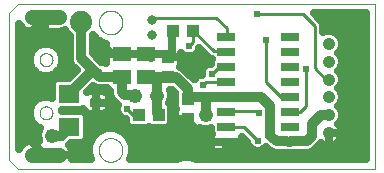
<source format=gbl>
G75*
%MOIN*%
%OFA0B0*%
%FSLAX25Y25*%
%IPPOS*%
%LPD*%
%AMOC8*
5,1,8,0,0,1.08239X$1,22.5*
%
%ADD10C,0.00000*%
%ADD11R,0.04134X0.04252*%
%ADD12R,0.04252X0.04134*%
%ADD13R,0.05906X0.05118*%
%ADD14C,0.00787*%
%ADD15R,0.06000X0.02500*%
%ADD16C,0.03200*%
%ADD17R,0.07087X0.06299*%
%ADD18C,0.05000*%
%ADD19R,0.03937X0.04331*%
%ADD20C,0.07400*%
%ADD21C,0.04134*%
%ADD22C,0.04800*%
%ADD23C,0.03200*%
%ADD24C,0.02500*%
%ADD25C,0.03750*%
%ADD26C,0.01000*%
%ADD27C,0.02400*%
D10*
X0058802Y0014831D02*
X0061802Y0011831D01*
X0180849Y0011831D01*
X0180849Y0066949D01*
X0061802Y0066949D01*
X0058802Y0063949D01*
X0058802Y0014831D01*
X0088691Y0018130D02*
X0088693Y0018255D01*
X0088699Y0018380D01*
X0088709Y0018504D01*
X0088723Y0018628D01*
X0088740Y0018752D01*
X0088762Y0018875D01*
X0088788Y0018997D01*
X0088817Y0019119D01*
X0088850Y0019239D01*
X0088888Y0019358D01*
X0088928Y0019477D01*
X0088973Y0019593D01*
X0089021Y0019708D01*
X0089073Y0019822D01*
X0089129Y0019934D01*
X0089188Y0020044D01*
X0089250Y0020152D01*
X0089316Y0020259D01*
X0089385Y0020363D01*
X0089458Y0020464D01*
X0089533Y0020564D01*
X0089612Y0020661D01*
X0089694Y0020755D01*
X0089779Y0020847D01*
X0089866Y0020936D01*
X0089957Y0021022D01*
X0090050Y0021105D01*
X0090146Y0021186D01*
X0090244Y0021263D01*
X0090344Y0021337D01*
X0090447Y0021408D01*
X0090552Y0021475D01*
X0090660Y0021540D01*
X0090769Y0021600D01*
X0090880Y0021658D01*
X0090993Y0021711D01*
X0091107Y0021761D01*
X0091223Y0021808D01*
X0091340Y0021850D01*
X0091459Y0021889D01*
X0091579Y0021925D01*
X0091700Y0021956D01*
X0091822Y0021984D01*
X0091944Y0022007D01*
X0092068Y0022027D01*
X0092192Y0022043D01*
X0092316Y0022055D01*
X0092441Y0022063D01*
X0092566Y0022067D01*
X0092690Y0022067D01*
X0092815Y0022063D01*
X0092940Y0022055D01*
X0093064Y0022043D01*
X0093188Y0022027D01*
X0093312Y0022007D01*
X0093434Y0021984D01*
X0093556Y0021956D01*
X0093677Y0021925D01*
X0093797Y0021889D01*
X0093916Y0021850D01*
X0094033Y0021808D01*
X0094149Y0021761D01*
X0094263Y0021711D01*
X0094376Y0021658D01*
X0094487Y0021600D01*
X0094597Y0021540D01*
X0094704Y0021475D01*
X0094809Y0021408D01*
X0094912Y0021337D01*
X0095012Y0021263D01*
X0095110Y0021186D01*
X0095206Y0021105D01*
X0095299Y0021022D01*
X0095390Y0020936D01*
X0095477Y0020847D01*
X0095562Y0020755D01*
X0095644Y0020661D01*
X0095723Y0020564D01*
X0095798Y0020464D01*
X0095871Y0020363D01*
X0095940Y0020259D01*
X0096006Y0020152D01*
X0096068Y0020044D01*
X0096127Y0019934D01*
X0096183Y0019822D01*
X0096235Y0019708D01*
X0096283Y0019593D01*
X0096328Y0019477D01*
X0096368Y0019358D01*
X0096406Y0019239D01*
X0096439Y0019119D01*
X0096468Y0018997D01*
X0096494Y0018875D01*
X0096516Y0018752D01*
X0096533Y0018628D01*
X0096547Y0018504D01*
X0096557Y0018380D01*
X0096563Y0018255D01*
X0096565Y0018130D01*
X0096563Y0018005D01*
X0096557Y0017880D01*
X0096547Y0017756D01*
X0096533Y0017632D01*
X0096516Y0017508D01*
X0096494Y0017385D01*
X0096468Y0017263D01*
X0096439Y0017141D01*
X0096406Y0017021D01*
X0096368Y0016902D01*
X0096328Y0016783D01*
X0096283Y0016667D01*
X0096235Y0016552D01*
X0096183Y0016438D01*
X0096127Y0016326D01*
X0096068Y0016216D01*
X0096006Y0016108D01*
X0095940Y0016001D01*
X0095871Y0015897D01*
X0095798Y0015796D01*
X0095723Y0015696D01*
X0095644Y0015599D01*
X0095562Y0015505D01*
X0095477Y0015413D01*
X0095390Y0015324D01*
X0095299Y0015238D01*
X0095206Y0015155D01*
X0095110Y0015074D01*
X0095012Y0014997D01*
X0094912Y0014923D01*
X0094809Y0014852D01*
X0094704Y0014785D01*
X0094596Y0014720D01*
X0094487Y0014660D01*
X0094376Y0014602D01*
X0094263Y0014549D01*
X0094149Y0014499D01*
X0094033Y0014452D01*
X0093916Y0014410D01*
X0093797Y0014371D01*
X0093677Y0014335D01*
X0093556Y0014304D01*
X0093434Y0014276D01*
X0093312Y0014253D01*
X0093188Y0014233D01*
X0093064Y0014217D01*
X0092940Y0014205D01*
X0092815Y0014197D01*
X0092690Y0014193D01*
X0092566Y0014193D01*
X0092441Y0014197D01*
X0092316Y0014205D01*
X0092192Y0014217D01*
X0092068Y0014233D01*
X0091944Y0014253D01*
X0091822Y0014276D01*
X0091700Y0014304D01*
X0091579Y0014335D01*
X0091459Y0014371D01*
X0091340Y0014410D01*
X0091223Y0014452D01*
X0091107Y0014499D01*
X0090993Y0014549D01*
X0090880Y0014602D01*
X0090769Y0014660D01*
X0090659Y0014720D01*
X0090552Y0014785D01*
X0090447Y0014852D01*
X0090344Y0014923D01*
X0090244Y0014997D01*
X0090146Y0015074D01*
X0090050Y0015155D01*
X0089957Y0015238D01*
X0089866Y0015324D01*
X0089779Y0015413D01*
X0089694Y0015505D01*
X0089612Y0015599D01*
X0089533Y0015696D01*
X0089458Y0015796D01*
X0089385Y0015897D01*
X0089316Y0016001D01*
X0089250Y0016108D01*
X0089188Y0016216D01*
X0089129Y0016326D01*
X0089073Y0016438D01*
X0089021Y0016552D01*
X0088973Y0016667D01*
X0088928Y0016783D01*
X0088888Y0016902D01*
X0088850Y0017021D01*
X0088817Y0017141D01*
X0088788Y0017263D01*
X0088762Y0017385D01*
X0088740Y0017508D01*
X0088723Y0017632D01*
X0088709Y0017756D01*
X0088699Y0017880D01*
X0088693Y0018005D01*
X0088691Y0018130D01*
X0068920Y0030472D02*
X0068922Y0030565D01*
X0068928Y0030657D01*
X0068938Y0030749D01*
X0068952Y0030840D01*
X0068969Y0030931D01*
X0068991Y0031021D01*
X0069016Y0031110D01*
X0069045Y0031198D01*
X0069078Y0031284D01*
X0069115Y0031369D01*
X0069155Y0031453D01*
X0069199Y0031534D01*
X0069246Y0031614D01*
X0069296Y0031692D01*
X0069350Y0031767D01*
X0069407Y0031840D01*
X0069467Y0031910D01*
X0069530Y0031978D01*
X0069596Y0032043D01*
X0069664Y0032105D01*
X0069735Y0032165D01*
X0069809Y0032221D01*
X0069885Y0032274D01*
X0069963Y0032323D01*
X0070043Y0032370D01*
X0070125Y0032412D01*
X0070209Y0032452D01*
X0070294Y0032487D01*
X0070381Y0032519D01*
X0070469Y0032548D01*
X0070558Y0032572D01*
X0070648Y0032593D01*
X0070739Y0032609D01*
X0070831Y0032622D01*
X0070923Y0032631D01*
X0071016Y0032636D01*
X0071108Y0032637D01*
X0071201Y0032634D01*
X0071293Y0032627D01*
X0071385Y0032616D01*
X0071476Y0032601D01*
X0071567Y0032583D01*
X0071657Y0032560D01*
X0071745Y0032534D01*
X0071833Y0032504D01*
X0071919Y0032470D01*
X0072003Y0032433D01*
X0072086Y0032391D01*
X0072167Y0032347D01*
X0072247Y0032299D01*
X0072324Y0032248D01*
X0072398Y0032193D01*
X0072471Y0032135D01*
X0072541Y0032075D01*
X0072608Y0032011D01*
X0072672Y0031945D01*
X0072734Y0031875D01*
X0072792Y0031804D01*
X0072847Y0031730D01*
X0072899Y0031653D01*
X0072948Y0031574D01*
X0072994Y0031494D01*
X0073036Y0031411D01*
X0073074Y0031327D01*
X0073109Y0031241D01*
X0073140Y0031154D01*
X0073167Y0031066D01*
X0073190Y0030976D01*
X0073210Y0030886D01*
X0073226Y0030795D01*
X0073238Y0030703D01*
X0073246Y0030611D01*
X0073250Y0030518D01*
X0073250Y0030426D01*
X0073246Y0030333D01*
X0073238Y0030241D01*
X0073226Y0030149D01*
X0073210Y0030058D01*
X0073190Y0029968D01*
X0073167Y0029878D01*
X0073140Y0029790D01*
X0073109Y0029703D01*
X0073074Y0029617D01*
X0073036Y0029533D01*
X0072994Y0029450D01*
X0072948Y0029370D01*
X0072899Y0029291D01*
X0072847Y0029214D01*
X0072792Y0029140D01*
X0072734Y0029069D01*
X0072672Y0028999D01*
X0072608Y0028933D01*
X0072541Y0028869D01*
X0072471Y0028809D01*
X0072398Y0028751D01*
X0072324Y0028696D01*
X0072247Y0028645D01*
X0072168Y0028597D01*
X0072086Y0028553D01*
X0072003Y0028511D01*
X0071919Y0028474D01*
X0071833Y0028440D01*
X0071745Y0028410D01*
X0071657Y0028384D01*
X0071567Y0028361D01*
X0071476Y0028343D01*
X0071385Y0028328D01*
X0071293Y0028317D01*
X0071201Y0028310D01*
X0071108Y0028307D01*
X0071016Y0028308D01*
X0070923Y0028313D01*
X0070831Y0028322D01*
X0070739Y0028335D01*
X0070648Y0028351D01*
X0070558Y0028372D01*
X0070469Y0028396D01*
X0070381Y0028425D01*
X0070294Y0028457D01*
X0070209Y0028492D01*
X0070125Y0028532D01*
X0070043Y0028574D01*
X0069963Y0028621D01*
X0069885Y0028670D01*
X0069809Y0028723D01*
X0069735Y0028779D01*
X0069664Y0028839D01*
X0069596Y0028901D01*
X0069530Y0028966D01*
X0069467Y0029034D01*
X0069407Y0029104D01*
X0069350Y0029177D01*
X0069296Y0029252D01*
X0069246Y0029330D01*
X0069199Y0029410D01*
X0069155Y0029491D01*
X0069115Y0029575D01*
X0069078Y0029660D01*
X0069045Y0029746D01*
X0069016Y0029834D01*
X0068991Y0029923D01*
X0068969Y0030013D01*
X0068952Y0030104D01*
X0068938Y0030195D01*
X0068928Y0030287D01*
X0068922Y0030379D01*
X0068920Y0030472D01*
X0068920Y0048189D02*
X0068922Y0048282D01*
X0068928Y0048374D01*
X0068938Y0048466D01*
X0068952Y0048557D01*
X0068969Y0048648D01*
X0068991Y0048738D01*
X0069016Y0048827D01*
X0069045Y0048915D01*
X0069078Y0049001D01*
X0069115Y0049086D01*
X0069155Y0049170D01*
X0069199Y0049251D01*
X0069246Y0049331D01*
X0069296Y0049409D01*
X0069350Y0049484D01*
X0069407Y0049557D01*
X0069467Y0049627D01*
X0069530Y0049695D01*
X0069596Y0049760D01*
X0069664Y0049822D01*
X0069735Y0049882D01*
X0069809Y0049938D01*
X0069885Y0049991D01*
X0069963Y0050040D01*
X0070043Y0050087D01*
X0070125Y0050129D01*
X0070209Y0050169D01*
X0070294Y0050204D01*
X0070381Y0050236D01*
X0070469Y0050265D01*
X0070558Y0050289D01*
X0070648Y0050310D01*
X0070739Y0050326D01*
X0070831Y0050339D01*
X0070923Y0050348D01*
X0071016Y0050353D01*
X0071108Y0050354D01*
X0071201Y0050351D01*
X0071293Y0050344D01*
X0071385Y0050333D01*
X0071476Y0050318D01*
X0071567Y0050300D01*
X0071657Y0050277D01*
X0071745Y0050251D01*
X0071833Y0050221D01*
X0071919Y0050187D01*
X0072003Y0050150D01*
X0072086Y0050108D01*
X0072167Y0050064D01*
X0072247Y0050016D01*
X0072324Y0049965D01*
X0072398Y0049910D01*
X0072471Y0049852D01*
X0072541Y0049792D01*
X0072608Y0049728D01*
X0072672Y0049662D01*
X0072734Y0049592D01*
X0072792Y0049521D01*
X0072847Y0049447D01*
X0072899Y0049370D01*
X0072948Y0049291D01*
X0072994Y0049211D01*
X0073036Y0049128D01*
X0073074Y0049044D01*
X0073109Y0048958D01*
X0073140Y0048871D01*
X0073167Y0048783D01*
X0073190Y0048693D01*
X0073210Y0048603D01*
X0073226Y0048512D01*
X0073238Y0048420D01*
X0073246Y0048328D01*
X0073250Y0048235D01*
X0073250Y0048143D01*
X0073246Y0048050D01*
X0073238Y0047958D01*
X0073226Y0047866D01*
X0073210Y0047775D01*
X0073190Y0047685D01*
X0073167Y0047595D01*
X0073140Y0047507D01*
X0073109Y0047420D01*
X0073074Y0047334D01*
X0073036Y0047250D01*
X0072994Y0047167D01*
X0072948Y0047087D01*
X0072899Y0047008D01*
X0072847Y0046931D01*
X0072792Y0046857D01*
X0072734Y0046786D01*
X0072672Y0046716D01*
X0072608Y0046650D01*
X0072541Y0046586D01*
X0072471Y0046526D01*
X0072398Y0046468D01*
X0072324Y0046413D01*
X0072247Y0046362D01*
X0072168Y0046314D01*
X0072086Y0046270D01*
X0072003Y0046228D01*
X0071919Y0046191D01*
X0071833Y0046157D01*
X0071745Y0046127D01*
X0071657Y0046101D01*
X0071567Y0046078D01*
X0071476Y0046060D01*
X0071385Y0046045D01*
X0071293Y0046034D01*
X0071201Y0046027D01*
X0071108Y0046024D01*
X0071016Y0046025D01*
X0070923Y0046030D01*
X0070831Y0046039D01*
X0070739Y0046052D01*
X0070648Y0046068D01*
X0070558Y0046089D01*
X0070469Y0046113D01*
X0070381Y0046142D01*
X0070294Y0046174D01*
X0070209Y0046209D01*
X0070125Y0046249D01*
X0070043Y0046291D01*
X0069963Y0046338D01*
X0069885Y0046387D01*
X0069809Y0046440D01*
X0069735Y0046496D01*
X0069664Y0046556D01*
X0069596Y0046618D01*
X0069530Y0046683D01*
X0069467Y0046751D01*
X0069407Y0046821D01*
X0069350Y0046894D01*
X0069296Y0046969D01*
X0069246Y0047047D01*
X0069199Y0047127D01*
X0069155Y0047208D01*
X0069115Y0047292D01*
X0069078Y0047377D01*
X0069045Y0047463D01*
X0069016Y0047551D01*
X0068991Y0047640D01*
X0068969Y0047730D01*
X0068952Y0047821D01*
X0068938Y0047912D01*
X0068928Y0048004D01*
X0068922Y0048096D01*
X0068920Y0048189D01*
X0088691Y0060650D02*
X0088693Y0060775D01*
X0088699Y0060900D01*
X0088709Y0061024D01*
X0088723Y0061148D01*
X0088740Y0061272D01*
X0088762Y0061395D01*
X0088788Y0061517D01*
X0088817Y0061639D01*
X0088850Y0061759D01*
X0088888Y0061878D01*
X0088928Y0061997D01*
X0088973Y0062113D01*
X0089021Y0062228D01*
X0089073Y0062342D01*
X0089129Y0062454D01*
X0089188Y0062564D01*
X0089250Y0062672D01*
X0089316Y0062779D01*
X0089385Y0062883D01*
X0089458Y0062984D01*
X0089533Y0063084D01*
X0089612Y0063181D01*
X0089694Y0063275D01*
X0089779Y0063367D01*
X0089866Y0063456D01*
X0089957Y0063542D01*
X0090050Y0063625D01*
X0090146Y0063706D01*
X0090244Y0063783D01*
X0090344Y0063857D01*
X0090447Y0063928D01*
X0090552Y0063995D01*
X0090660Y0064060D01*
X0090769Y0064120D01*
X0090880Y0064178D01*
X0090993Y0064231D01*
X0091107Y0064281D01*
X0091223Y0064328D01*
X0091340Y0064370D01*
X0091459Y0064409D01*
X0091579Y0064445D01*
X0091700Y0064476D01*
X0091822Y0064504D01*
X0091944Y0064527D01*
X0092068Y0064547D01*
X0092192Y0064563D01*
X0092316Y0064575D01*
X0092441Y0064583D01*
X0092566Y0064587D01*
X0092690Y0064587D01*
X0092815Y0064583D01*
X0092940Y0064575D01*
X0093064Y0064563D01*
X0093188Y0064547D01*
X0093312Y0064527D01*
X0093434Y0064504D01*
X0093556Y0064476D01*
X0093677Y0064445D01*
X0093797Y0064409D01*
X0093916Y0064370D01*
X0094033Y0064328D01*
X0094149Y0064281D01*
X0094263Y0064231D01*
X0094376Y0064178D01*
X0094487Y0064120D01*
X0094597Y0064060D01*
X0094704Y0063995D01*
X0094809Y0063928D01*
X0094912Y0063857D01*
X0095012Y0063783D01*
X0095110Y0063706D01*
X0095206Y0063625D01*
X0095299Y0063542D01*
X0095390Y0063456D01*
X0095477Y0063367D01*
X0095562Y0063275D01*
X0095644Y0063181D01*
X0095723Y0063084D01*
X0095798Y0062984D01*
X0095871Y0062883D01*
X0095940Y0062779D01*
X0096006Y0062672D01*
X0096068Y0062564D01*
X0096127Y0062454D01*
X0096183Y0062342D01*
X0096235Y0062228D01*
X0096283Y0062113D01*
X0096328Y0061997D01*
X0096368Y0061878D01*
X0096406Y0061759D01*
X0096439Y0061639D01*
X0096468Y0061517D01*
X0096494Y0061395D01*
X0096516Y0061272D01*
X0096533Y0061148D01*
X0096547Y0061024D01*
X0096557Y0060900D01*
X0096563Y0060775D01*
X0096565Y0060650D01*
X0096563Y0060525D01*
X0096557Y0060400D01*
X0096547Y0060276D01*
X0096533Y0060152D01*
X0096516Y0060028D01*
X0096494Y0059905D01*
X0096468Y0059783D01*
X0096439Y0059661D01*
X0096406Y0059541D01*
X0096368Y0059422D01*
X0096328Y0059303D01*
X0096283Y0059187D01*
X0096235Y0059072D01*
X0096183Y0058958D01*
X0096127Y0058846D01*
X0096068Y0058736D01*
X0096006Y0058628D01*
X0095940Y0058521D01*
X0095871Y0058417D01*
X0095798Y0058316D01*
X0095723Y0058216D01*
X0095644Y0058119D01*
X0095562Y0058025D01*
X0095477Y0057933D01*
X0095390Y0057844D01*
X0095299Y0057758D01*
X0095206Y0057675D01*
X0095110Y0057594D01*
X0095012Y0057517D01*
X0094912Y0057443D01*
X0094809Y0057372D01*
X0094704Y0057305D01*
X0094596Y0057240D01*
X0094487Y0057180D01*
X0094376Y0057122D01*
X0094263Y0057069D01*
X0094149Y0057019D01*
X0094033Y0056972D01*
X0093916Y0056930D01*
X0093797Y0056891D01*
X0093677Y0056855D01*
X0093556Y0056824D01*
X0093434Y0056796D01*
X0093312Y0056773D01*
X0093188Y0056753D01*
X0093064Y0056737D01*
X0092940Y0056725D01*
X0092815Y0056717D01*
X0092690Y0056713D01*
X0092566Y0056713D01*
X0092441Y0056717D01*
X0092316Y0056725D01*
X0092192Y0056737D01*
X0092068Y0056753D01*
X0091944Y0056773D01*
X0091822Y0056796D01*
X0091700Y0056824D01*
X0091579Y0056855D01*
X0091459Y0056891D01*
X0091340Y0056930D01*
X0091223Y0056972D01*
X0091107Y0057019D01*
X0090993Y0057069D01*
X0090880Y0057122D01*
X0090769Y0057180D01*
X0090659Y0057240D01*
X0090552Y0057305D01*
X0090447Y0057372D01*
X0090344Y0057443D01*
X0090244Y0057517D01*
X0090146Y0057594D01*
X0090050Y0057675D01*
X0089957Y0057758D01*
X0089866Y0057844D01*
X0089779Y0057933D01*
X0089694Y0058025D01*
X0089612Y0058119D01*
X0089533Y0058216D01*
X0089458Y0058316D01*
X0089385Y0058417D01*
X0089316Y0058521D01*
X0089250Y0058628D01*
X0089188Y0058736D01*
X0089129Y0058846D01*
X0089073Y0058958D01*
X0089021Y0059072D01*
X0088973Y0059187D01*
X0088928Y0059303D01*
X0088888Y0059422D01*
X0088850Y0059541D01*
X0088817Y0059661D01*
X0088788Y0059783D01*
X0088762Y0059905D01*
X0088740Y0060028D01*
X0088723Y0060152D01*
X0088709Y0060276D01*
X0088699Y0060400D01*
X0088693Y0060525D01*
X0088691Y0060650D01*
D11*
X0113357Y0057831D03*
X0120246Y0057831D03*
D12*
X0111802Y0049276D03*
X0111802Y0042386D03*
X0118302Y0035276D03*
X0118302Y0028386D03*
D13*
X0104302Y0042591D03*
X0096302Y0042591D03*
X0096302Y0050071D03*
X0104302Y0050071D03*
D14*
X0086030Y0044934D02*
X0086030Y0042570D01*
X0086030Y0044934D02*
X0089574Y0044934D01*
X0089574Y0042570D01*
X0086030Y0042570D01*
X0086030Y0043356D02*
X0089574Y0043356D01*
X0089574Y0044142D02*
X0086030Y0044142D01*
X0086030Y0044928D02*
X0089574Y0044928D01*
X0086030Y0035091D02*
X0086030Y0032727D01*
X0086030Y0035091D02*
X0089574Y0035091D01*
X0089574Y0032727D01*
X0086030Y0032727D01*
X0086030Y0033513D02*
X0089574Y0033513D01*
X0089574Y0034299D02*
X0086030Y0034299D01*
X0086030Y0035085D02*
X0089574Y0035085D01*
D15*
X0131191Y0035831D03*
X0131191Y0040831D03*
X0131191Y0045831D03*
X0131191Y0050831D03*
X0131191Y0055831D03*
X0152412Y0055831D03*
X0152412Y0050831D03*
X0152412Y0045831D03*
X0152412Y0040831D03*
X0152412Y0035831D03*
X0152412Y0030831D03*
X0152412Y0025831D03*
X0152412Y0020831D03*
X0131191Y0020831D03*
X0131191Y0025831D03*
X0131191Y0030831D03*
D16*
X0106302Y0056331D03*
X0106302Y0061331D03*
D17*
X0078802Y0036843D03*
X0078802Y0025819D03*
D18*
X0075302Y0016331D02*
X0066302Y0016331D01*
X0066302Y0062331D02*
X0075302Y0062331D01*
D19*
X0101955Y0029831D03*
X0108648Y0029831D03*
D20*
X0082802Y0060831D03*
D21*
X0165420Y0053425D03*
X0165420Y0047520D03*
X0165420Y0041614D03*
X0165420Y0035709D03*
X0165420Y0029803D03*
X0165420Y0023898D03*
D22*
X0124302Y0029831D03*
X0108102Y0036231D03*
X0100802Y0036231D03*
X0073202Y0022831D03*
D23*
X0076302Y0022831D01*
X0078802Y0025331D01*
X0078802Y0025819D01*
X0096302Y0037331D02*
X0097302Y0036331D01*
X0100702Y0036331D01*
X0100802Y0036231D01*
X0096302Y0037331D02*
X0096302Y0042591D01*
X0088963Y0042591D01*
X0087802Y0043752D01*
X0085711Y0043752D01*
X0078802Y0036843D01*
X0087802Y0043752D02*
X0082802Y0048752D01*
X0082802Y0060831D01*
X0104302Y0042591D02*
X0107802Y0042591D01*
X0108102Y0042291D01*
X0108102Y0036231D01*
X0108102Y0030377D01*
X0108648Y0029831D01*
X0118302Y0035276D02*
X0118302Y0038331D01*
X0114302Y0042331D01*
X0111857Y0042331D01*
X0111802Y0042386D01*
X0111097Y0042591D01*
X0107802Y0042591D01*
X0118302Y0035276D02*
X0118857Y0035831D01*
X0123802Y0035831D01*
X0124302Y0035331D01*
X0124302Y0029831D01*
X0123802Y0035831D02*
X0131191Y0035831D01*
X0126302Y0035831D01*
X0131191Y0035831D02*
X0142802Y0035831D01*
X0145802Y0032831D01*
X0145802Y0022831D01*
X0148102Y0021031D01*
X0150802Y0021031D01*
X0152412Y0020831D01*
X0152802Y0021031D01*
X0158002Y0021031D01*
X0159802Y0022831D01*
X0159802Y0026831D01*
X0162774Y0029803D01*
X0165420Y0029803D01*
D24*
X0169257Y0031819D02*
X0177599Y0031819D01*
X0177599Y0029320D02*
X0169737Y0029320D01*
X0169737Y0028944D02*
X0169737Y0030662D01*
X0169079Y0032248D01*
X0168572Y0032756D01*
X0169079Y0033263D01*
X0169737Y0034850D01*
X0169737Y0036567D01*
X0169079Y0038154D01*
X0168572Y0038661D01*
X0169079Y0039169D01*
X0169737Y0040755D01*
X0169737Y0042473D01*
X0169079Y0044060D01*
X0168572Y0044567D01*
X0169079Y0045074D01*
X0169737Y0046661D01*
X0169737Y0048378D01*
X0169079Y0049965D01*
X0168572Y0050472D01*
X0169079Y0050980D01*
X0169737Y0052566D01*
X0169737Y0054284D01*
X0169079Y0055871D01*
X0167865Y0057085D01*
X0166278Y0057742D01*
X0164561Y0057742D01*
X0163552Y0057324D01*
X0163552Y0059878D01*
X0163133Y0060888D01*
X0160323Y0063699D01*
X0177599Y0063699D01*
X0177599Y0015081D01*
X0120941Y0015081D01*
X0118935Y0015911D01*
X0116715Y0015911D01*
X0114710Y0015081D01*
X0099144Y0015081D01*
X0099815Y0016700D01*
X0099815Y0019559D01*
X0098721Y0022201D01*
X0096699Y0024223D01*
X0094058Y0025317D01*
X0091199Y0025317D01*
X0088557Y0024223D01*
X0086535Y0022201D01*
X0085441Y0019559D01*
X0085441Y0016700D01*
X0086112Y0015081D01*
X0079890Y0015081D01*
X0079935Y0015218D01*
X0080052Y0015957D01*
X0080052Y0016331D01*
X0080052Y0016705D01*
X0079935Y0017443D01*
X0079704Y0018154D01*
X0079364Y0018820D01*
X0078925Y0019425D01*
X0078633Y0019717D01*
X0079335Y0020419D01*
X0083277Y0020419D01*
X0084595Y0021737D01*
X0084595Y0029900D01*
X0083277Y0031218D01*
X0076500Y0031218D01*
X0076500Y0031443D01*
X0083277Y0031443D01*
X0083577Y0031743D01*
X0083687Y0031476D01*
X0083976Y0031043D01*
X0084345Y0030675D01*
X0084778Y0030386D01*
X0085259Y0030186D01*
X0085770Y0030085D01*
X0087802Y0030085D01*
X0089834Y0030085D01*
X0090344Y0030186D01*
X0090825Y0030386D01*
X0091258Y0030675D01*
X0091627Y0031043D01*
X0091916Y0031476D01*
X0092115Y0031957D01*
X0092217Y0032468D01*
X0092217Y0033909D01*
X0087802Y0033909D01*
X0087802Y0033909D01*
X0087802Y0030085D01*
X0087802Y0033909D01*
X0087802Y0033909D01*
X0092217Y0033909D01*
X0092217Y0035351D01*
X0092115Y0035862D01*
X0091916Y0036343D01*
X0091627Y0036776D01*
X0091258Y0037144D01*
X0090825Y0037433D01*
X0090344Y0037633D01*
X0089834Y0037734D01*
X0087802Y0037734D01*
X0087802Y0033910D01*
X0087802Y0033910D01*
X0087802Y0037734D01*
X0085770Y0037734D01*
X0085259Y0037633D01*
X0084879Y0037475D01*
X0086756Y0039353D01*
X0086782Y0039327D01*
X0088197Y0038741D01*
X0091458Y0038741D01*
X0092417Y0037781D01*
X0092452Y0037781D01*
X0092452Y0036565D01*
X0093038Y0035150D01*
X0094038Y0034150D01*
X0095021Y0033167D01*
X0094752Y0032517D01*
X0094752Y0031144D01*
X0095277Y0029876D01*
X0096247Y0028906D01*
X0097515Y0028381D01*
X0097737Y0028381D01*
X0097737Y0026733D01*
X0099055Y0025415D01*
X0104856Y0025415D01*
X0105302Y0025861D01*
X0105748Y0025415D01*
X0111549Y0025415D01*
X0112867Y0026733D01*
X0112867Y0032928D01*
X0112089Y0033706D01*
X0112752Y0035306D01*
X0112752Y0037156D01*
X0112373Y0038069D01*
X0113119Y0038069D01*
X0113926Y0037262D01*
X0113926Y0032277D01*
X0114373Y0031830D01*
X0114079Y0031321D01*
X0113926Y0030749D01*
X0113926Y0028386D01*
X0118301Y0028386D01*
X0118301Y0028386D01*
X0113926Y0028386D01*
X0113926Y0026023D01*
X0114079Y0025450D01*
X0114375Y0024937D01*
X0114794Y0024518D01*
X0115307Y0024222D01*
X0115879Y0024069D01*
X0118302Y0024069D01*
X0120724Y0024069D01*
X0121296Y0024222D01*
X0121809Y0024518D01*
X0122228Y0024937D01*
X0122524Y0025450D01*
X0122544Y0025525D01*
X0123377Y0025181D01*
X0125227Y0025181D01*
X0125941Y0025477D01*
X0125941Y0023649D01*
X0126295Y0023295D01*
X0126095Y0022949D01*
X0125941Y0022377D01*
X0125941Y0020831D01*
X0131191Y0020831D01*
X0131191Y0020831D01*
X0125941Y0020831D01*
X0125941Y0019284D01*
X0126095Y0018712D01*
X0126391Y0018199D01*
X0126810Y0017780D01*
X0127323Y0017484D01*
X0127895Y0017331D01*
X0131191Y0017331D01*
X0131191Y0020831D01*
X0125302Y0020831D01*
X0118302Y0027831D01*
X0118302Y0028386D01*
X0110246Y0020331D01*
X0101302Y0020331D01*
X0095802Y0025831D01*
X0088302Y0025831D01*
X0087802Y0025331D01*
X0087802Y0033909D01*
X0087802Y0034317D02*
X0087802Y0034317D01*
X0092217Y0034317D02*
X0093870Y0034317D01*
X0092452Y0036816D02*
X0091587Y0036816D01*
X0087802Y0036816D02*
X0087802Y0036816D01*
X0086812Y0039314D02*
X0086718Y0039314D01*
X0081312Y0044797D02*
X0078756Y0042242D01*
X0074326Y0042242D01*
X0073008Y0040924D01*
X0073008Y0035537D01*
X0072162Y0035888D01*
X0070008Y0035888D01*
X0068017Y0035063D01*
X0066494Y0033540D01*
X0065670Y0031550D01*
X0065670Y0029395D01*
X0066494Y0027405D01*
X0068017Y0025882D01*
X0069225Y0025381D01*
X0068552Y0023756D01*
X0068552Y0021906D01*
X0068893Y0021081D01*
X0065928Y0021081D01*
X0065189Y0020964D01*
X0064478Y0020733D01*
X0063812Y0020393D01*
X0063207Y0019954D01*
X0062678Y0019425D01*
X0062239Y0018820D01*
X0062052Y0018452D01*
X0062052Y0060209D01*
X0062239Y0059841D01*
X0062678Y0059236D01*
X0063207Y0058708D01*
X0063812Y0058268D01*
X0064478Y0057929D01*
X0065189Y0057698D01*
X0065928Y0057581D01*
X0070802Y0057581D01*
X0075675Y0057581D01*
X0076414Y0057698D01*
X0077125Y0057929D01*
X0077487Y0058113D01*
X0077757Y0057460D01*
X0078952Y0056266D01*
X0078952Y0047986D01*
X0079538Y0046571D01*
X0081312Y0044797D01*
X0080826Y0044311D02*
X0074866Y0044311D01*
X0074153Y0043598D02*
X0075676Y0045121D01*
X0076500Y0047112D01*
X0076500Y0049266D01*
X0075676Y0051257D01*
X0074153Y0052780D01*
X0072162Y0053604D01*
X0070008Y0053604D01*
X0068017Y0052780D01*
X0066494Y0051257D01*
X0065670Y0049266D01*
X0065670Y0047112D01*
X0066494Y0045121D01*
X0068017Y0043598D01*
X0070008Y0042774D01*
X0072162Y0042774D01*
X0074153Y0043598D01*
X0073897Y0041813D02*
X0062052Y0041813D01*
X0062052Y0039314D02*
X0073008Y0039314D01*
X0073008Y0036816D02*
X0062052Y0036816D01*
X0062052Y0034317D02*
X0067271Y0034317D01*
X0065781Y0031819D02*
X0062052Y0031819D01*
X0062052Y0029320D02*
X0065701Y0029320D01*
X0067077Y0026822D02*
X0062052Y0026822D01*
X0062052Y0024323D02*
X0068787Y0024323D01*
X0068585Y0021825D02*
X0062052Y0021825D01*
X0065302Y0021831D02*
X0065302Y0039031D01*
X0065302Y0056831D01*
X0070802Y0062331D01*
X0070802Y0057581D01*
X0070802Y0062331D01*
X0070802Y0062331D01*
X0070802Y0061801D02*
X0070802Y0061801D01*
X0070802Y0059302D02*
X0070802Y0059302D01*
X0078414Y0056804D02*
X0062052Y0056804D01*
X0062052Y0059302D02*
X0062630Y0059302D01*
X0062052Y0054305D02*
X0078952Y0054305D01*
X0078952Y0051807D02*
X0075126Y0051807D01*
X0076483Y0049308D02*
X0078952Y0049308D01*
X0079439Y0046810D02*
X0076375Y0046810D01*
X0067304Y0044311D02*
X0062052Y0044311D01*
X0062052Y0046810D02*
X0065795Y0046810D01*
X0065687Y0049308D02*
X0062052Y0049308D01*
X0062052Y0051807D02*
X0067044Y0051807D01*
X0086652Y0051807D02*
X0091099Y0051807D01*
X0091099Y0052926D02*
X0091099Y0050100D01*
X0096272Y0050100D01*
X0096272Y0050041D01*
X0091099Y0050041D01*
X0091099Y0047216D01*
X0091124Y0047121D01*
X0091071Y0047174D01*
X0090099Y0047577D01*
X0089421Y0047577D01*
X0086652Y0050347D01*
X0086652Y0056266D01*
X0086750Y0056364D01*
X0088557Y0054557D01*
X0091199Y0053463D01*
X0091243Y0053463D01*
X0091099Y0052926D01*
X0089802Y0053331D02*
X0093061Y0050071D01*
X0096302Y0050071D01*
X0104302Y0050071D01*
X0111006Y0050071D01*
X0111802Y0049276D01*
X0116178Y0049276D01*
X0116178Y0050576D01*
X0116847Y0049906D01*
X0118115Y0049381D01*
X0119488Y0049381D01*
X0120756Y0049906D01*
X0121726Y0050876D01*
X0122191Y0051997D01*
X0125489Y0048699D01*
X0126175Y0048415D01*
X0126259Y0048331D01*
X0125941Y0048013D01*
X0125941Y0046881D01*
X0125715Y0046881D01*
X0124447Y0046355D01*
X0123477Y0045385D01*
X0122952Y0044117D01*
X0122952Y0043181D01*
X0122715Y0043181D01*
X0121447Y0042655D01*
X0120477Y0041685D01*
X0120452Y0041625D01*
X0117565Y0044512D01*
X0116482Y0045595D01*
X0115765Y0045892D01*
X0116024Y0046340D01*
X0116178Y0046912D01*
X0116178Y0049276D01*
X0111802Y0049276D01*
X0111802Y0049276D01*
X0113202Y0050176D01*
X0113202Y0057676D01*
X0113357Y0057831D01*
X0122112Y0051807D02*
X0122381Y0051807D01*
X0124880Y0049308D02*
X0116178Y0049308D01*
X0116150Y0046810D02*
X0125544Y0046810D01*
X0123032Y0044311D02*
X0117766Y0044311D01*
X0117565Y0044512D02*
X0117565Y0044512D01*
X0120264Y0041813D02*
X0120605Y0041813D01*
X0113926Y0036816D02*
X0112752Y0036816D01*
X0112342Y0034317D02*
X0113926Y0034317D01*
X0113102Y0033631D02*
X0113102Y0028831D01*
X0113546Y0028386D01*
X0118302Y0028386D01*
X0118302Y0024069D01*
X0118302Y0028386D01*
X0118302Y0028386D01*
X0118302Y0026822D02*
X0118302Y0026822D01*
X0113926Y0026822D02*
X0112867Y0026822D01*
X0112867Y0029320D02*
X0113926Y0029320D01*
X0114366Y0031819D02*
X0112867Y0031819D01*
X0097737Y0026822D02*
X0084595Y0026822D01*
X0087802Y0025331D02*
X0085302Y0022831D01*
X0085302Y0017331D01*
X0084302Y0016331D01*
X0070802Y0016331D01*
X0080052Y0016331D01*
X0070802Y0016331D01*
X0070802Y0016331D01*
X0065302Y0021831D01*
X0062607Y0019326D02*
X0062052Y0019326D01*
X0078997Y0019326D02*
X0085441Y0019326D01*
X0085441Y0016828D02*
X0080032Y0016828D01*
X0084595Y0021825D02*
X0086380Y0021825D01*
X0084595Y0024323D02*
X0088800Y0024323D01*
X0096457Y0024323D02*
X0115132Y0024323D01*
X0118302Y0024323D02*
X0118302Y0024323D01*
X0121471Y0024323D02*
X0125941Y0024323D01*
X0125941Y0021825D02*
X0098877Y0021825D01*
X0099815Y0019326D02*
X0125941Y0019326D01*
X0130802Y0020631D02*
X0131191Y0020831D01*
X0132402Y0020631D01*
X0136402Y0016631D01*
X0164102Y0016631D01*
X0165420Y0017949D01*
X0165420Y0023898D01*
X0169737Y0023898D01*
X0169737Y0024237D01*
X0169630Y0024909D01*
X0169420Y0025555D01*
X0169112Y0026160D01*
X0168712Y0026710D01*
X0168572Y0026850D01*
X0169079Y0027358D01*
X0169737Y0028944D01*
X0168601Y0026822D02*
X0177599Y0026822D01*
X0177599Y0024323D02*
X0169723Y0024323D01*
X0169737Y0023898D02*
X0165420Y0023898D01*
X0165420Y0023898D01*
X0165420Y0019581D01*
X0165759Y0019581D01*
X0166431Y0019687D01*
X0167077Y0019897D01*
X0167682Y0020205D01*
X0168232Y0020605D01*
X0168712Y0021085D01*
X0169112Y0021635D01*
X0169420Y0022241D01*
X0169630Y0022887D01*
X0169737Y0023558D01*
X0169737Y0023898D01*
X0169208Y0021825D02*
X0177599Y0021825D01*
X0177599Y0019326D02*
X0161742Y0019326D01*
X0163157Y0020205D02*
X0163763Y0019897D01*
X0164409Y0019687D01*
X0165080Y0019581D01*
X0165420Y0019581D01*
X0165420Y0023898D01*
X0165420Y0023898D01*
X0165420Y0021825D02*
X0165420Y0021825D01*
X0163157Y0020205D02*
X0162847Y0020431D01*
X0160182Y0017767D01*
X0158767Y0017181D01*
X0153732Y0017181D01*
X0153488Y0017056D01*
X0153086Y0017023D01*
X0152697Y0016916D01*
X0152330Y0016961D01*
X0151962Y0016931D01*
X0151578Y0017055D01*
X0150563Y0017181D01*
X0148335Y0017181D01*
X0147807Y0017116D01*
X0147576Y0017181D01*
X0147336Y0017181D01*
X0146844Y0017384D01*
X0146332Y0017527D01*
X0146143Y0017675D01*
X0145921Y0017767D01*
X0145545Y0018143D01*
X0144338Y0019088D01*
X0143556Y0018306D01*
X0142288Y0017781D01*
X0140915Y0017781D01*
X0139647Y0018306D01*
X0138677Y0019276D01*
X0138152Y0020544D01*
X0138152Y0020792D01*
X0136396Y0022548D01*
X0136441Y0022377D01*
X0136441Y0020831D01*
X0131191Y0020831D01*
X0131191Y0020831D01*
X0131191Y0020831D01*
X0131191Y0017331D01*
X0134488Y0017331D01*
X0135060Y0017484D01*
X0135573Y0017780D01*
X0135992Y0018199D01*
X0136288Y0018712D01*
X0136441Y0019284D01*
X0136441Y0020831D01*
X0131191Y0020831D01*
X0131191Y0019326D02*
X0131191Y0019326D01*
X0136441Y0019326D02*
X0138656Y0019326D01*
X0137118Y0021825D02*
X0136441Y0021825D01*
X0169516Y0034317D02*
X0177599Y0034317D01*
X0177599Y0036816D02*
X0169634Y0036816D01*
X0169140Y0039314D02*
X0177599Y0039314D01*
X0177599Y0041813D02*
X0169737Y0041813D01*
X0168828Y0044311D02*
X0177599Y0044311D01*
X0177599Y0046810D02*
X0169737Y0046810D01*
X0169351Y0049308D02*
X0177599Y0049308D01*
X0177599Y0051807D02*
X0169422Y0051807D01*
X0169728Y0054305D02*
X0177599Y0054305D01*
X0177599Y0056804D02*
X0168146Y0056804D01*
X0163552Y0059302D02*
X0177599Y0059302D01*
X0177599Y0061801D02*
X0162220Y0061801D01*
X0106097Y0048776D02*
X0104302Y0050071D01*
X0105097Y0049276D01*
X0104272Y0050041D02*
X0099099Y0050041D01*
X0096331Y0050041D01*
X0096331Y0050100D01*
X0104272Y0050100D01*
X0104272Y0050041D01*
X0091099Y0049308D02*
X0087690Y0049308D01*
X0086652Y0054305D02*
X0089164Y0054305D01*
X0087802Y0031819D02*
X0087802Y0031819D01*
X0092058Y0031819D02*
X0094752Y0031819D01*
X0095833Y0029320D02*
X0084595Y0029320D01*
X0099815Y0016828D02*
X0177599Y0016828D01*
D25*
X0113102Y0033631D03*
X0089802Y0053331D03*
X0065302Y0039031D03*
D26*
X0098202Y0031831D02*
X0100202Y0029831D01*
X0101955Y0029831D01*
X0123402Y0039731D02*
X0124502Y0040831D01*
X0131191Y0040831D01*
X0126402Y0043431D02*
X0128802Y0045831D01*
X0131191Y0045831D01*
X0131191Y0050831D02*
X0130802Y0051031D01*
X0127046Y0051031D01*
X0120246Y0057831D01*
X0120246Y0054276D01*
X0118802Y0052831D01*
X0131191Y0055831D02*
X0131302Y0055941D01*
X0131302Y0058831D01*
X0127902Y0062231D01*
X0107802Y0062231D01*
X0106902Y0061331D01*
X0106302Y0061331D01*
X0107602Y0062231D02*
X0107802Y0062231D01*
X0141302Y0063331D02*
X0156802Y0063331D01*
X0160802Y0059331D01*
X0160802Y0045331D01*
X0164518Y0041614D01*
X0165420Y0041614D01*
X0157602Y0045231D02*
X0157602Y0032631D01*
X0155802Y0030831D01*
X0152412Y0030831D01*
X0142002Y0030331D02*
X0141302Y0031031D01*
X0131202Y0031031D01*
X0131191Y0030831D01*
X0131191Y0025831D02*
X0137002Y0025831D01*
X0141602Y0021231D01*
X0149302Y0035831D02*
X0144402Y0040731D01*
X0144402Y0054731D01*
X0149302Y0035831D02*
X0152412Y0035831D01*
D27*
X0142002Y0030331D03*
X0141602Y0021231D03*
X0123402Y0039731D03*
X0126402Y0043431D03*
X0118802Y0052831D03*
X0141302Y0063331D03*
X0144402Y0054731D03*
X0157602Y0045231D03*
X0098202Y0031831D03*
M02*

</source>
